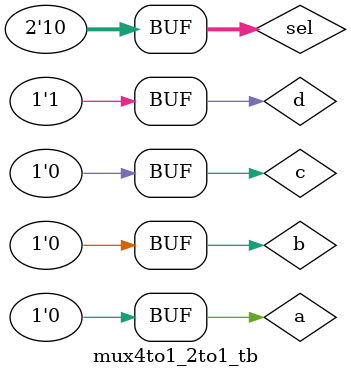
<source format=v>
module mux4to1_2to1_tb();

reg [1:0]sel;
reg a,b,c,d;
wire o;

mux4to1_2to1 DUT(a,b,c,d, sel, o);
initial 
begin
sel=2'b01; a=1'b1; b=1'b1; c=1'b0; d=1'b0;

#50 sel=2'b10; a=1'b0; b=1'b0; c=1'b0; d=1'b1;

#50 sel=2'b00; a=1'b0; b=1'b0; c=1'b0; d=1'b1;

#50 sel=2'b11; a=1'b0; b=1'b0; c=1'b0; d=1'b1;

#50 sel=2'b10; a=1'b0; b=1'b0; c=1'b0; d=1'b1;


end

endmodule
</source>
